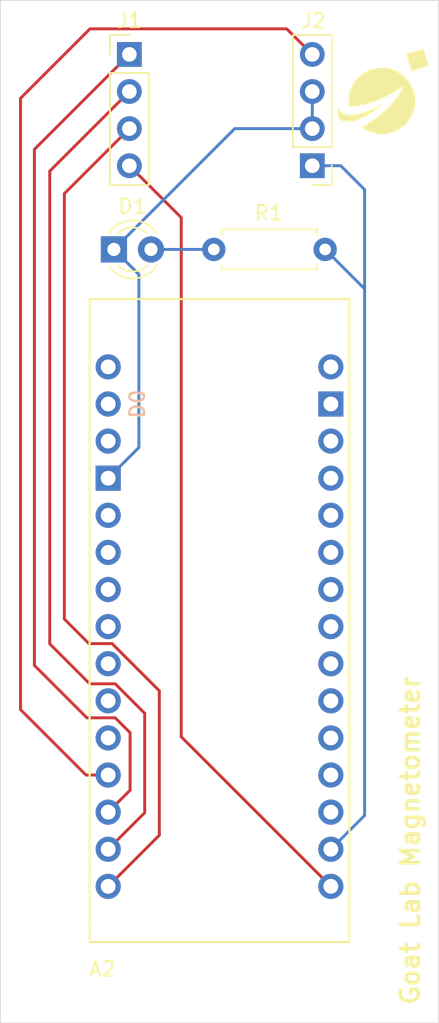
<source format=kicad_pcb>
(kicad_pcb (version 20240108) (generator "pcbnew") (generator_version "8.0")
  (layers (0 "F.Cu" signal) (31 "B.Cu" signal) (34 "B.Paste" user) (35 "F.Paste" user) (36 "B.SilkS" user "B.Silkscreen") (37 "F.SilkS" user "F.Silkscreen") (38 "B.Mask" user) (39 "F.Mask" user) (44 "Edge.Cuts" user))
  (net 0 "")
  (net 2 "/MISO")
  (net 10 "/CLK")
  (net 12 "/MOSI")
  (net 22 "/SSN")
  (net 24 "GND")
  (net 25 "+3.3V")
  (net 29 "/DRDY")
  (net 30 "Net-(D1-K)")
  (footprint "Resistor_THT:R_Axial_DIN0207_L6.3mm_D2.5mm_P7.62mm_Horizontal" (layer "F.Cu") (at 119.35 65 180)
    (property "Reference" "R1" (at 3.85 2.5 0) (layer "F.SilkS"))
    (property "Value" "R")
    (fp_line (start 7.08 1.37) (end 7.08 1.04) (stroke (width 0.12)) (layer "F.SilkS"))
    (fp_line (start 7.08 -1.37) (end 7.08 -1.04) (stroke (width 0.12)) (layer "F.SilkS"))
    (fp_line (start 0.54 1.37) (end 7.08 1.37) (stroke (width 0.12)) (layer "F.SilkS"))
    (fp_line (start 0.54 1.04) (end 0.54 1.37) (stroke (width 0.12)) (layer "F.SilkS"))
    (fp_line (start 0.54 -1.04) (end 0.54 -1.37) (stroke (width 0.12)) (layer "F.SilkS"))
    (fp_line (start 0.54 -1.37) (end 7.08 -1.37) (stroke (width 0.12)) (layer "F.SilkS"))
    (pad "1" thru_hole circle (at 0 0 180) (size 1.6 1.6) (drill 0.8) (layers "*.Cu" "*.Mask") (net 30 "Net-(D1-K)"))
    (pad "2" thru_hole oval (at 7.62 0 180) (size 1.6 1.6) (drill 0.8) (layers "*.Cu" "*.Mask") (net 24 "GND"))
  )
  (footprint "Connector_PinHeader_2.54mm:PinHeader_1x04_P2.54mm_Vertical" (layer "F.Cu") (at 118.47 59.27 180)
    (property "Reference" "J2" (at -0.08 9.92 0) (layer "F.SilkS"))
    (property "Value" "Conn_01x04_Socket" (hide yes))
    (fp_line (start 1.33 1.27) (end 1.33 8.95) (stroke (width 0.12)) (layer "F.SilkS"))
    (fp_line (start -1.33 8.95) (end 1.33 8.95) (stroke (width 0.12)) (layer "F.SilkS"))
    (fp_line (start -1.33 1.27) (end 1.33 1.27) (stroke (width 0.12)) (layer "F.SilkS"))
    (fp_line (start -1.33 1.27) (end -1.33 8.95) (stroke (width 0.12)) (layer "F.SilkS"))
    (fp_line (start -1.33 0) (end -1.33 -1.33) (stroke (width 0.12)) (layer "F.SilkS"))
    (fp_line (start -1.33 -1.33) (end 0 -1.33) (stroke (width 0.12)) (layer "F.SilkS"))
    (pad "1" thru_hole rect (at 0 0 180) (size 1.7 1.7) (drill 1) (layers "*.Cu" "*.Mask") (net 25 "+3.3V"))
    (pad "2" thru_hole oval (at 0 2.54 180) (size 1.7 1.7) (drill 1) (layers "*.Cu" "*.Mask") (net 24 "GND"))
    (pad "3" thru_hole oval (at 0 5.08 180) (size 1.7 1.7) (drill 1) (layers "*.Cu" "*.Mask") (net 24 "GND"))
    (pad "4" thru_hole oval (at 0 7.62 180) (size 1.7 1.7) (drill 1) (layers "*.Cu" "*.Mask") (net 29 "/DRDY"))
  )
  (footprint "my_custom:Arduino_Nano_33_IoT_Socket" (layer "F.Cu") (at 112.12 112.41)
    (property "Reference" "A2" (at -8.02 1.84 0) (layer "F.SilkS"))
    (property "Value" "Arduino_Nano_33_IoT_Socket")
    (fp_line (start -8.89 -44.01) (end -8.89 0) (stroke (width 0.15)) (layer "F.SilkS"))
    (fp_line (start -8.89 -44.01) (end 8.89 -44.01) (stroke (width 0.15)) (layer "F.SilkS"))
    (fp_line (start -8.89 0) (end 8.89 0) (stroke (width 0.15)) (layer "F.SilkS"))
    (fp_line (start 8.89 -44.01) (end 8.89 0) (stroke (width 0.15)) (layer "F.SilkS"))
    (fp_text user "D0" (at -5.715 -36.83 -90) (layer "B.SilkS") (effects (justify mirror)))
    (fp_text user "D0" (at -5.715 -36.83 -90) (layer "F.SilkS"))
    (pad "" np_thru_hole circle (at -7.62 -41.91) (size 1.8 1.8) (drill 1.8) (layers "F&B.Cu" "*.Mask"))
    (pad "" np_thru_hole circle (at -7.62 -1.27) (size 1.8 1.8) (drill 1.8) (layers "F&B.Cu" "*.Mask"))
    (pad "" np_thru_hole circle (at 7.62 -41.91) (size 1.8 1.8) (drill 1.8) (layers "F&B.Cu" "*.Mask"))
    (pad "" np_thru_hole circle (at 7.62 -1.27) (size 1.8 1.8) (drill 1.8) (layers "F&B.Cu" "*.Mask"))
    (pad "3V3" thru_hole circle (at 7.62 -6.35) (size 1.7272 1.7272) (drill 1.016) (layers "*.Cu" "*.Mask") (net 25 "+3.3V"))
    (pad "5V" thru_hole circle (at 7.62 -31.75) (size 1.7272 1.7272) (drill 1.016) (layers "*.Cu" "*.Mask"))
    (pad "A0" thru_hole circle (at 7.62 -11.43) (size 1.7272 1.7272) (drill 1.016) (layers "*.Cu" "*.Mask"))
    (pad "A1" thru_hole circle (at 7.62 -13.97) (size 1.7272 1.7272) (drill 1.016) (layers "*.Cu" "*.Mask"))
    (pad "A2" thru_hole circle (at 7.62 -16.51) (size 1.7272 1.7272) (drill 1.016) (layers "*.Cu" "*.Mask"))
    (pad "A3" thru_hole circle (at 7.62 -19.05) (size 1.7272 1.7272) (drill 1.016) (layers "*.Cu" "*.Mask"))
    (pad "A4" thru_hole circle (at 7.62 -21.59) (size 1.7272 1.7272) (drill 1.016) (layers "*.Cu" "*.Mask"))
    (pad "A5" thru_hole circle (at 7.62 -24.13) (size 1.7272 1.7272) (drill 1.016) (layers "*.Cu" "*.Mask"))
    (pad "A6" thru_hole circle (at 7.62 -26.67) (size 1.7272 1.7272) (drill 1.016) (layers "*.Cu" "*.Mask"))
    (pad "A7" thru_hole circle (at 7.62 -29.21) (size 1.7272 1.7272) (drill 1.016) (layers "*.Cu" "*.Mask"))
    (pad "AREF" thru_hole circle (at 7.62 -8.89) (size 1.7272 1.7272) (drill 1.016) (layers "*.Cu" "*.Mask"))
    (pad "D0" thru_hole circle (at -7.62 -36.83) (size 1.7272 1.7272) (drill 1.016) (layers "*.Cu" "*.Mask"))
    (pad "D1" thru_hole circle (at -7.62 -39.37) (size 1.7272 1.7272) (drill 1.016) (layers "*.Cu" "*.Mask"))
    (pad "D2" thru_hole circle (at -7.62 -29.21) (size 1.7272 1.7272) (drill 1.016) (layers "*.Cu" "*.Mask"))
    (pad "D3" thru_hole circle (at -7.62 -26.67) (size 1.7272 1.7272) (drill 1.016) (layers "*.Cu" "*.Mask"))
    (pad "D4" thru_hole circle (at -7.62 -24.13) (size 1.7272 1.7272) (drill 1.016) (layers "*.Cu" "*.Mask"))
    (pad "D5" thru_hole circle (at -7.62 -21.59) (size 1.7272 1.7272) (drill 1.016) (layers "*.Cu" "*.Mask"))
    (pad "D6" thru_hole circle (at -7.62 -19.05) (size 1.7272 1.7272) (drill 1.016) (layers "*.Cu" "*.Mask"))
    (pad "D7" thru_hole circle (at -7.62 -16.51) (size 1.7272 1.7272) (drill 1.016) (layers "*.Cu" "*.Mask"))
    (pad "D8" thru_hole circle (at -7.62 -13.97) (size 1.7272 1.7272) (drill 1.016) (layers "*.Cu" "*.Mask"))
    (pad "D9" thru_hole circle (at -7.62 -11.43) (size 1.7272 1.7272) (drill 1.016) (layers "*.Cu" "*.Mask") (net 29 "/DRDY"))
    (pad "D10" thru_hole circle (at -7.62 -8.89) (size 1.7272 1.7272) (drill 1.016) (layers "*.Cu" "*.Mask") (net 22 "/SSN"))
    (pad "D11" thru_hole circle (at -7.62 -6.35) (size 1.7272 1.7272) (drill 1.016) (layers "*.Cu" "*.Mask") (net 12 "/MOSI"))
    (pad "D12" thru_hole circle (at -7.62 -3.81) (size 1.7272 1.7272) (drill 1.016) (layers "*.Cu" "*.Mask") (net 2 "/MISO"))
    (pad "D13" thru_hole circle (at 7.62 -3.81) (size 1.7272 1.7272) (drill 1.016) (layers "*.Cu" "*.Mask") (net 10 "/CLK"))
    (pad "GND" thru_hole rect (at -7.62 -31.75) (size 1.7272 1.7272) (drill 1.016) (layers "*.Cu" "*.Mask"))
    (pad "GND" thru_hole rect (at 7.62 -36.83) (size 1.7272 1.7272) (drill 1.016) (layers "*.Cu" "*.Mask"))
    (pad "RST1" thru_hole circle (at -7.62 -34.29) (size 1.7272 1.7272) (drill 1.016) (layers "*.Cu" "*.Mask"))
    (pad "RST2" thru_hole circle (at 7.62 -34.29) (size 1.7272 1.7272) (drill 1.016) (layers "*.Cu" "*.Mask"))
    (pad "VIN" thru_hole circle (at 7.62 -39.37) (size 1.7272 1.7272) (drill 1.016) (layers "*.Cu" "*.Mask"))
  )
  (footprint "Connector_PinHeader_2.54mm:PinHeader_1x04_P2.54mm_Vertical" (layer "F.Cu") (at 105.95 51.65)
    (property "Reference" "J1" (at 0 -2.33 0) (layer "F.SilkS"))
    (property "Value" "Conn_01x04_Socket" (hide yes))
    (fp_line (start -1.33 -1.33) (end 0 -1.33) (stroke (width 0.12)) (layer "F.SilkS"))
    (fp_line (start -1.33 0) (end -1.33 -1.33) (stroke (width 0.12)) (layer "F.SilkS"))
    (fp_line (start -1.33 1.27) (end -1.33 8.95) (stroke (width 0.12)) (layer "F.SilkS"))
    (fp_line (start -1.33 1.27) (end 1.33 1.27) (stroke (width 0.12)) (layer "F.SilkS"))
    (fp_line (start -1.33 8.95) (end 1.33 8.95) (stroke (width 0.12)) (layer "F.SilkS"))
    (fp_line (start 1.33 1.27) (end 1.33 8.95) (stroke (width 0.12)) (layer "F.SilkS"))
    (pad "1" thru_hole rect (at 0 0) (size 1.7 1.7) (drill 1) (layers "*.Cu" "*.Mask") (net 22 "/SSN"))
    (pad "2" thru_hole oval (at 0 2.54) (size 1.7 1.7) (drill 1) (layers "*.Cu" "*.Mask") (net 12 "/MOSI"))
    (pad "3" thru_hole oval (at 0 5.08) (size 1.7 1.7) (drill 1) (layers "*.Cu" "*.Mask") (net 2 "/MISO"))
    (pad "4" thru_hole oval (at 0 7.62) (size 1.7 1.7) (drill 1) (layers "*.Cu" "*.Mask") (net 10 "/CLK"))
  )
  (footprint "LED_THT:LED_D3.0mm" (layer "F.Cu") (at 104.89 65)
    (property "Reference" "D1" (at 1.27 -2.96 0) (layer "F.SilkS"))
    (property "Value" "GREEN LED" (hide yes))
    (fp_line (start -0.29 -1.236) (end -0.29 -1.08) (stroke (width 0.12)) (layer "F.SilkS"))
    (fp_line (start -0.29 1.08) (end -0.29 1.236) (stroke (width 0.12)) (layer "F.SilkS"))
    (fp_arc (start -0.29 -1.235516) (mid 1.366487 -1.987659) (end 2.942335 -1.078608) (stroke (width 0.12)) (layer "F.SilkS"))
    (fp_arc (start 0.229039 -1.08) (mid 1.270117 -1.5) (end 2.31113 -1.079837) (stroke (width 0.12)) (layer "F.SilkS"))
    (fp_arc (start 2.31113 1.079837) (mid 1.270117 1.5) (end 0.229039 1.08) (stroke (width 0.12)) (layer "F.SilkS"))
    (fp_arc (start 2.942335 1.078608) (mid 1.366487 1.987659) (end -0.29 1.235516) (stroke (width 0.12)) (layer "F.SilkS"))
    (pad "1" thru_hole rect (at 0 0) (size 1.8 1.8) (drill 0.9) (layers "*.Cu" "*.Mask") (net 30 "Net-(D1-K)"))
    (pad "2" thru_hole circle (at 2.54 0) (size 1.8 1.8) (drill 0.9) (layers "*.Cu" "*.Mask") (net 25 "+3.3V"))
  )
  (footprint "IrishSat_Logo:even-mini_er-Logo" (layer "F.Cu") (at 123.3 54.2)
    (property "Reference" "G***" (hide yes))
    (property "Value" "LOGO" (hide yes))
    (fp_poly (pts (xy 0.020289 0.821393) (xy -0.019588 0.861286) (xy -0.090582 0.924465) (xy -0.184797 1.004189) (xy -0.294339 1.093717) (xy -0.411313 1.186307) (xy -0.527824 1.275219) (xy -0.589805 1.320803) (xy -0.818653 1.472996) (xy -1.078808 1.623975) (xy -1.350622 1.763846) (xy -1.614452 1.882716) (xy -1.850652 1.970693) (xy -1.92354 1.99246) (xy -2.143783 2.039015) (xy -2.366045 2.061708) (xy -2.57201 2.060327) (xy -2.743362 2.034661) (xy -2.831398 2.002907) (xy -2.980549 1.892108) (xy -3.072562 1.743717) (xy -3.105848 1.562693) (xy -3.078819 1.353994) (xy -3.059813 1.290028) (xy -2.99767 1.102934) (xy -2.935733 1.248772) (xy -2.864477 1.372418) (xy -2.763632 1.461244) (xy -2.618705 1.525036) (xy -2.471034 1.562617) (xy -2.273527 1.582097) (xy -2.030688 1.57164) (xy -1.759307 1.533516) (xy -1.476174 1.469993) (xy -1.231056 1.395034) (xy -1.068016 1.333528) (xy -0.873933 1.253003) (xy -0.665254 1.16105) (xy -0.458427 1.065259) (xy -0.2699 0.97322) (xy -0.11612 0.892522) (xy -0.024883 0.83843) (xy 0.021156 0.811527)) (fill solid) (layer "F.SilkS"))
    (fp_poly (pts (xy 2.790229 -2.907449) (xy 2.823565 -2.821815) (xy 2.867584 -2.694761) (xy 2.917642 -2.539108) (xy 2.921165 -2.527754) (xy 2.976418 -2.3497) (xy 3.02974 -2.178614) (xy 3.074647 -2.035259) (xy 3.102157 -1.948215) (xy 3.129936 -1.849077) (xy 3.141936 -1.78065) (xy 3.139735 -1.76361) (xy 3.103182 -1.748792) (xy 3.013173 -1.71784) (xy 2.883191 -1.67501) (xy 2.726715 -1.624559) (xy 2.557226 -1.570741) (xy 2.388206 -1.517814) (xy 2.233134 -1.470033) (xy 2.105491 -1.431655) (xy 2.018759 -1.406936) (xy 1.987533 -1.399841) (xy 1.949667 -1.424134) (xy 1.94876 -1.425688) (xy 1.923477 -1.48743) (xy 1.887087 -1.597144) (xy 1.843268 -1.741344) (xy 1.7957 -1.906543) (xy 1.748063 -2.079257) (xy 1.704034 -2.246) (xy 1.667294 -2.393286) (xy 1.641522 -2.507629) (xy 1.630396 -2.575543) (xy 1.631648 -2.58806) (xy 1.671324 -2.604916) (xy 1.764374 -2.637105) (xy 1.896991 -2.680382) (xy 2.055372 -2.7305) (xy 2.225713 -2.783215) (xy 2.394208 -2.834281) (xy 2.547053 -2.879452) (xy 2.670444 -2.914483) (xy 2.750575 -2.935127) (xy 2.772222 -2.938843)) (fill solid) (layer "F.SilkS"))
    (fp_poly (pts (xy 0.153152 -1.624227) (xy 0.323587 -1.61521) (xy 0.458455 -1.598133) (xy 0.574881 -1.571316) (xy 0.612258 -1.560016) (xy 0.983705 -1.406406) (xy 1.315619 -1.196324) (xy 1.604476 -0.93329) (xy 1.846756 -0.620824) (xy 2.038937 -0.26245) (xy 2.120167 -0.052479) (xy 2.164084 0.087068) (xy 2.192208 0.209994) (xy 2.207857 0.340116) (xy 2.214352 0.501251) (xy 2.215237 0.629752) (xy 2.212812 0.822775) (xy 2.203324 0.969747) (xy 2.183454 1.09449) (xy 2.149884 1.220826) (xy 2.120198 1.311984) (xy 1.957068 1.690715) (xy 1.741172 2.027287) (xy 1.476907 2.317475) (xy 1.168667 2.557055) (xy 0.82085 2.741802) (xy 0.524793 2.845153) (xy 0.315655 2.888046) (xy 0.075908 2.913883) (xy -0.162851 2.920586) (xy -0.369028 2.906076) (xy -0.378935 2.9046) (xy -0.659784 2.842413) (xy -0.939595 2.74672) (xy -1.189429 2.628057) (xy -1.267219 2.581252) (xy -1.479423 2.444098) (xy -1.273252 2.321313) (xy -0.67943 1.940604) (xy -0.152004 1.544783) (xy 0.311404 1.131638) (xy 0.713172 0.698956) (xy 1.055676 0.244524) (xy 1.197566 0.021618) (xy 1.293688 -0.145247) (xy 1.348284 -0.257469) (xy 1.361687 -0.316476) (xy 1.33423 -0.323697) (xy 1.26825 -0.2821) (xy 0.896967 -0.025426) (xy 0.472121 0.220396) (xy 0.010072 0.447144) (xy -0.472821 0.646593) (xy -0.818592 0.766877) (xy -1.123068 0.857846) (xy -1.414209 0.932533) (xy -1.681937 0.989105) (xy -1.916175 1.025727) (xy -2.106842 1.040566) (xy -2.243862 1.031789) (xy -2.257659 1.028705) (xy -2.352053 1.005014) (xy -2.335801 0.563733) (xy -2.325937 0.359015) (xy -2.311474 0.20319) (xy -2.289011 0.075187) (xy -2.255146 -0.046063) (xy -2.222188 -0.139945) (xy -2.05395 -0.50583) (xy -1.836952 -0.823378) (xy -1.566294 -1.09877) (xy -1.308994 -1.292122) (xy -1.086789 -1.425108) (xy -0.872598 -1.520037) (xy -0.647791 -1.581944) (xy -0.393736 -1.615861) (xy -0.091805 -1.626821) (xy -0.069973 -1.626859)) (fill solid) (layer "F.SilkS"))
  )
  (gr_rect (start 97.12 47.95) (end 127.12 117.95) (stroke (width 0.05)) (fill none) (layer "Edge.Cuts"))
  (gr_text "Goat Lab Magnetometer" (at 125.9 116.85 90) (layer "F.SilkS") (effects (font (size 1.25 1.25) (thickness 0.25) (bold yes)) (justify left bottom)))
  (segment (start 108 95.214421) (end 108 105.1) (width 0.2) (layer "F.Cu") (net 2))
  (segment (start 105.95 56.73) (end 101.5 61.18) (width 0.2) (layer "F.Cu") (net 2))
  (segment (start 103.1836 91.9836) (end 104.769179 91.9836) (width 0.2) (layer "F.Cu") (net 2))
  (segment (start 101.5 61.18) (end 101.5 90.3) (width 0.2) (layer "F.Cu") (net 2))
  (segment (start 101.5 90.3) (end 103.1836 91.9836) (width 0.2) (layer "F.Cu") (net 2))
  (segment (start 108 105.1) (end 104.5 108.6) (width 0.2) (layer "F.Cu") (net 2))
  (segment (start 104.769179 91.9836) (end 108 95.214421) (width 0.2) (layer "F.Cu") (net 2))
  (segment (start 109.5 98.36) (end 119.74 108.6) (width 0.2) (layer "F.Cu") (net 10))
  (segment (start 109.5 62.82) (end 109.5 98.36) (width 0.2) (layer "F.Cu") (net 10))
  (segment (start 105.95 59.27) (end 109.5 62.82) (width 0.2) (layer "F.Cu") (net 10))
  (segment (start 104.981979 94.7364) (end 107 96.754421) (width 0.2) (layer "F.Cu") (net 12))
  (segment (start 100.5 92) (end 103.2364 94.7364) (width 0.2) (layer "F.Cu") (net 12))
  (segment (start 103.2364 94.7364) (end 104.981979 94.7364) (width 0.2) (layer "F.Cu") (net 12))
  (segment (start 107 103.56) (end 104.5 106.06) (width 0.2) (layer "F.Cu") (net 12))
  (segment (start 105.95 54.19) (end 100.5 59.64) (width 0.2) (layer "F.Cu") (net 12))
  (segment (start 100.5 59.64) (end 100.5 92) (width 0.2) (layer "F.Cu") (net 12))
  (segment (start 107 96.754421) (end 107 103.56) (width 0.2) (layer "F.Cu") (net 12))
  (segment (start 105.95 51.65) (end 99.45 58.15) (width 0.2) (layer "F.Cu") (net 22))
  (segment (start 99.45 58.15) (end 99.45 93.47279) (width 0.2) (layer "F.Cu") (net 22))
  (segment (start 99.45 93.47279) (end 103.04081 97.0636) (width 0.2) (layer "F.Cu") (net 22))
  (segment (start 104.981979 97.0636) (end 106 98.081621) (width 0.2) (layer "F.Cu") (net 22))
  (segment (start 106 98.081621) (end 106 102.02) (width 0.2) (layer "F.Cu") (net 22))
  (segment (start 103.04081 97.0636) (end 104.981979 97.0636) (width 0.2) (layer "F.Cu") (net 22))
  (segment (start 106 102.02) (end 104.5 103.52) (width 0.2) (layer "F.Cu") (net 22))
  (segment (start 118.45 56.75) (end 118.47 56.73) (width 0.2) (layer "F.Cu") (net 24))
  (segment (start 106.12 66.23) (end 106.6 66.71) (width 0.2) (layer "B.Cu") (net 24))
  (segment (start 118.47 56.73) (end 113.16 56.73) (width 0.2) (layer "B.Cu") (net 24))
  (segment (start 106.6 66.71) (end 104.89 65) (width 0.2) (layer "B.Cu") (net 24))
  (segment (start 106.6 66.71) (end 106.6 78.56) (width 0.2) (layer "B.Cu") (net 24))
  (segment (start 113.16 56.73) (end 104.89 65) (width 0.2) (layer "B.Cu") (net 24))
  (segment (start 118.47 54.19) (end 118.47 56.73) (width 0.2) (layer "B.Cu") (net 24))
  (segment (start 106.6 78.56) (end 104.5 80.66) (width 0.2) (layer "B.Cu") (net 24))
  (segment (start 107.43 65) (end 111.73 65) (width 0.2) (layer "B.Cu") (net 25))
  (segment (start 122 67.65) (end 122.05 67.65) (width 0.2) (layer "B.Cu") (net 25))
  (segment (start 122.05 103.75) (end 119.74 106.06) (width 0.2) (layer "B.Cu") (net 25))
  (segment (start 122.05 60.9) (end 122.05 67.65) (width 0.2) (layer "B.Cu") (net 25))
  (segment (start 118.47 59.27) (end 120.42 59.27) (width 0.2) (layer "B.Cu") (net 25))
  (segment (start 119.35 65) (end 122 67.65) (width 0.2) (layer "B.Cu") (net 25))
  (segment (start 122.05 67.65) (end 122.05 103.75) (width 0.2) (layer "B.Cu") (net 25))
  (segment (start 120.42 59.27) (end 122.05 60.9) (width 0.2) (layer "B.Cu") (net 25))
  (segment (start 102.98 100.98) (end 104.5 100.98) (width 0.2) (layer "F.Cu") (net 29))
  (segment (start 116.72 49.9) (end 103.25 49.9) (width 0.2) (layer "F.Cu") (net 29))
  (segment (start 118.47 51.65) (end 116.72 49.9) (width 0.2) (layer "F.Cu") (net 29))
  (segment (start 103.25 49.9) (end 98.5 54.65) (width 0.2) (layer "F.Cu") (net 29))
  (segment (start 98.5 96.5) (end 102.98 100.98) (width 0.2) (layer "F.Cu") (net 29))
  (segment (start 98.5 54.65) (end 98.5 96.5) (width 0.2) (layer "F.Cu") (net 29))
)
</source>
